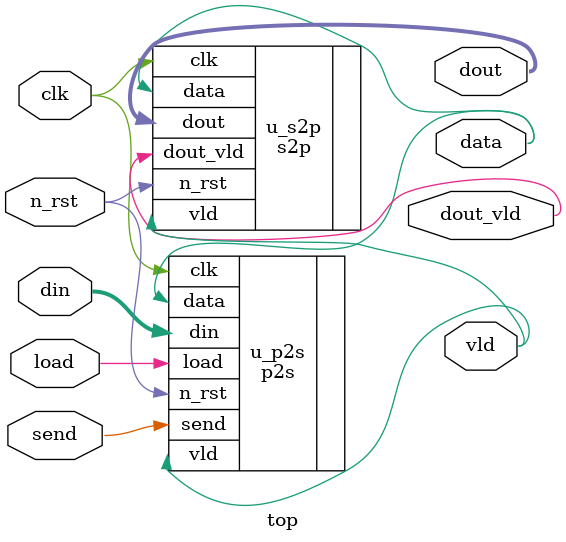
<source format=v>
module top (
  input clk,
  input n_rst,
  input [3:0] din,
  input send,
  input load,
  output wire data,
  output wire vld,
  output [3:0]dout,
  output dout_vld
  );

p2s u_p2s(
  .clk(clk),
  .n_rst(n_rst),
  .din(din),
  .send(send),
  .load(load),
  .data(data),
  .vld(vld)
  );
  
s2p u_s2p(
  .clk(clk),
  .n_rst(n_rst),
  .data(data),
  .vld(vld),
  .dout(dout),
  .dout_vld(dout_vld)
  );
endmodule
</source>
